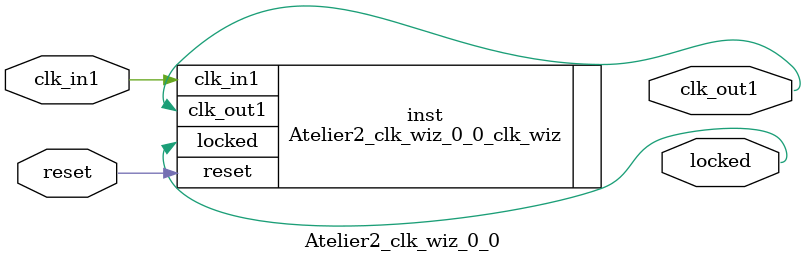
<source format=v>


`timescale 1ps/1ps

(* CORE_GENERATION_INFO = "Atelier2_clk_wiz_0_0,clk_wiz_v6_0_6_0_0,{component_name=Atelier2_clk_wiz_0_0,use_phase_alignment=true,use_min_o_jitter=false,use_max_i_jitter=false,use_dyn_phase_shift=false,use_inclk_switchover=false,use_dyn_reconfig=false,enable_axi=0,feedback_source=FDBK_AUTO,PRIMITIVE=MMCM,num_out_clk=1,clkin1_period=8.000,clkin2_period=10.000,use_power_down=false,use_reset=true,use_locked=true,use_inclk_stopped=false,feedback_type=SINGLE,CLOCK_MGR_TYPE=NA,manual_override=false}" *)

module Atelier2_clk_wiz_0_0 
 (
  // Clock out ports
  output        clk_out1,
  // Status and control signals
  input         reset,
  output        locked,
 // Clock in ports
  input         clk_in1
 );

  Atelier2_clk_wiz_0_0_clk_wiz inst
  (
  // Clock out ports  
  .clk_out1(clk_out1),
  // Status and control signals               
  .reset(reset), 
  .locked(locked),
 // Clock in ports
  .clk_in1(clk_in1)
  );

endmodule

</source>
